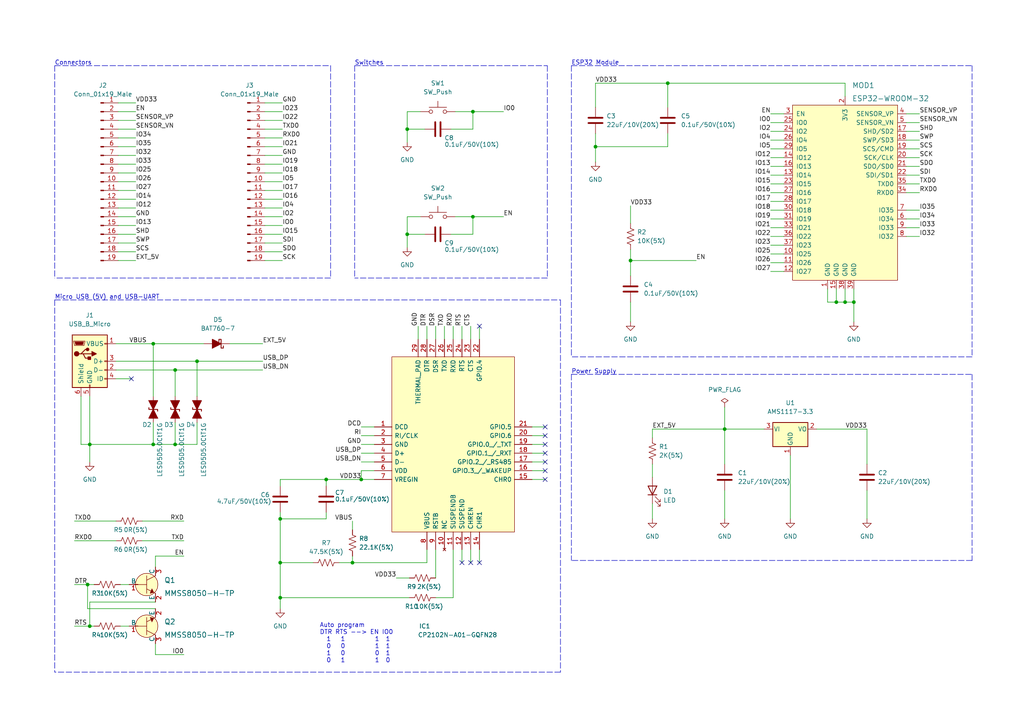
<source format=kicad_sch>
(kicad_sch (version 20211123) (generator eeschema)
  (paper "A4")
  (title_block (title "${project_name}") (date "2022-09-03") (rev "1") (comment 1 "Project #3, KiCad Like a Pro Udemy course") (comment 2 "${project_name} Replica Board") (comment 3 "github.com/raghavmarwah") (comment 4 "raghavmarwah.com"))
  (lib_symbols
    (symbol "CP2102N-A01-GQFN28:CP2102N-A01-GQFN28" (pin_names (offset 0.762))
      (property "Reference" "IC?" (at 53.975 6.5788 0))
      (property "Value" "CP2102N-A01-GQFN28" (at 53.975 4.0388 0))
      (symbol "CP2102N-A01-GQFN28_0_0"
        (pin passive line (at 0 0 0) (length 5.08) (name "DCD") (number "1"))
        (pin no_connect line (at 20.32 -35.56 90) (length 5.08) (name "NC") (number "10"))
        (pin passive line (at 22.86 -35.56 90) (length 5.08) (name "SUSPENDB") (number "11"))
        (pin passive line (at 25.4 -35.56 90) (length 5.08) (name "SUSPEND") (number "12"))
        (pin passive line (at 27.94 -35.56 90) (length 5.08) (name "CHREN") (number "13"))
        (pin passive line (at 30.48 -35.56 90) (length 5.08) (name "CHR1") (number "14"))
        (pin passive line (at 45.72 -15.24 180) (length 5.08) (name "CHR0") (number "15"))
        (pin passive line (at 45.72 -12.7 180) (length 5.08) (name "GPIO.3_/_WAKEUP") (number "16"))
        (pin passive line (at 45.72 -10.16 180) (length 5.08) (name "GPIO.2_/_RS485") (number "17"))
        (pin passive line (at 45.72 -7.62 180) (length 5.08) (name "GPIO.1_/_RXT") (number "18"))
        (pin passive line (at 45.72 -5.08 180) (length 5.08) (name "GPIO.0_/_TXT") (number "19"))
        (pin passive line (at 0 -2.54 0) (length 5.08) (name "RI/CLK") (number "2"))
        (pin passive line (at 45.72 -2.54 180) (length 5.08) (name "GPIO.6") (number "20"))
        (pin passive line (at 45.72 0 180) (length 5.08) (name "GPIO.5") (number "21"))
        (pin passive line (at 30.48 25.4 270) (length 5.08) (name "GPIO.4") (number "22"))
        (pin passive line (at 27.94 25.4 270) (length 5.08) (name "CTS") (number "23"))
        (pin passive line (at 25.4 25.4 270) (length 5.08) (name "RTS") (number "24"))
        (pin passive line (at 22.86 25.4 270) (length 5.08) (name "RXD") (number "25"))
        (pin passive line (at 20.32 25.4 270) (length 5.08) (name "TXD") (number "26"))
        (pin passive line (at 17.78 25.4 270) (length 5.08) (name "DSR") (number "27"))
        (pin passive line (at 15.24 25.4 270) (length 5.08) (name "DTR") (number "28"))
        (pin passive line (at 12.7 25.4 270) (length 5.08) (name "THERMAL_PAD") (number "29"))
        (pin passive line (at 0 -5.08 0) (length 5.08) (name "GND") (number "3"))
        (pin passive line (at 0 -7.62 0) (length 5.08) (name "D+") (number "4"))
        (pin passive line (at 0 -10.16 0) (length 5.08) (name "D-") (number "5"))
        (pin passive line (at 0 -12.7 0) (length 5.08) (name "VDD") (number "6"))
        (pin passive line (at 0 -15.24 0) (length 5.08) (name "VREGIN") (number "7"))
        (pin passive line (at 15.24 -35.56 90) (length 5.08) (name "VBUS") (number "8"))
        (pin passive line (at 17.78 -35.56 90) (length 5.08) (name "RSTB") (number "9"))
      )
      (symbol "CP2102N-A01-GQFN28_0_1"
        (polyline (pts (xy 5.08 20.32) (xy 40.64 20.32) (xy 40.64 -30.48) (xy 5.08 -30.48) (xy 5.08 20.32)) (stroke (width 0.1524)) (fill (type background)))
      )
    )
    (symbol "Connector:Conn_01x19_Male" (pin_names (offset 1.016) hide)
      (property "Reference" "J" (at 0 25.4 0))
      (property "Value" "Conn_01x19_Male" (at 0 -25.4 0))
      (symbol "Conn_01x19_Male_1_1"
        (polyline (pts (xy 1.27 -22.86) (xy 0.8636 -22.86)) (stroke (width 0.1524)))
        (polyline (pts (xy 1.27 -20.32) (xy 0.8636 -20.32)) (stroke (width 0.1524)))
        (polyline (pts (xy 1.27 -17.78) (xy 0.8636 -17.78)) (stroke (width 0.1524)))
        (polyline (pts (xy 1.27 -15.24) (xy 0.8636 -15.24)) (stroke (width 0.1524)))
        (polyline (pts (xy 1.27 -12.7) (xy 0.8636 -12.7)) (stroke (width 0.1524)))
        (polyline (pts (xy 1.27 -10.16) (xy 0.8636 -10.16)) (stroke (width 0.1524)))
        (polyline (pts (xy 1.27 -7.62) (xy 0.8636 -7.62)) (stroke (width 0.1524)))
        (polyline (pts (xy 1.27 -5.08) (xy 0.8636 -5.08)) (stroke (width 0.1524)))
        (polyline (pts (xy 1.27 -2.54) (xy 0.8636 -2.54)) (stroke (width 0.1524)))
        (polyline (pts (xy 1.27 0) (xy 0.8636 0)) (stroke (width 0.1524)))
        (polyline (pts (xy 1.27 2.54) (xy 0.8636 2.54)) (stroke (width 0.1524)))
        (polyline (pts (xy 1.27 5.08) (xy 0.8636 5.08)) (stroke (width 0.1524)))
        (polyline (pts (xy 1.27 7.62) (xy 0.8636 7.62)) (stroke (width 0.1524)))
        (polyline (pts (xy 1.27 10.16) (xy 0.8636 10.16)) (stroke (width 0.1524)))
        (polyline (pts (xy 1.27 12.7) (xy 0.8636 12.7)) (stroke (width 0.1524)))
        (polyline (pts (xy 1.27 15.24) (xy 0.8636 15.24)) (stroke (width 0.1524)))
        (polyline (pts (xy 1.27 17.78) (xy 0.8636 17.78)) (stroke (width 0.1524)))
        (polyline (pts (xy 1.27 20.32) (xy 0.8636 20.32)) (stroke (width 0.1524)))
        (polyline (pts (xy 1.27 22.86) (xy 0.8636 22.86)) (stroke (width 0.1524)))
        (rectangle (start 0.8636 -22.733) (end 0 -22.987) (stroke (width 0.1524)) (fill (type outline)))
        (rectangle (start 0.8636 -20.193) (end 0 -20.447) (stroke (width 0.1524)) (fill (type outline)))
        (rectangle (start 0.8636 -17.653) (end 0 -17.907) (stroke (width 0.1524)) (fill (type outline)))
        (rectangle (start 0.8636 -15.113) (end 0 -15.367) (stroke (width 0.1524)) (fill (type outline)))
        (rectangle (start 0.8636 -12.573) (end 0 -12.827) (stroke (width 0.1524)) (fill (type outline)))
        (rectangle (start 0.8636 -10.033) (end 0 -10.287) (stroke (width 0.1524)) (fill (type outline)))
        (rectangle (start 0.8636 -7.493) (end 0 -7.747) (stroke (width 0.1524)) (fill (type outline)))
        (rectangle (start 0.8636 -4.953) (end 0 -5.207) (stroke (width 0.1524)) (fill (type outline)))
        (rectangle (start 0.8636 -2.413) (end 0 -2.667) (stroke (width 0.1524)) (fill (type outline)))
        (rectangle (start 0.8636 0.127) (end 0 -0.127) (stroke (width 0.1524)) (fill (type outline)))
        (rectangle (start 0.8636 2.667) (end 0 2.413) (stroke (width 0.1524)) (fill (type outline)))
        (rectangle (start 0.8636 5.207) (end 0 4.953) (stroke (width 0.1524)) (fill (type outline)))
        (rectangle (start 0.8636 7.747) (end 0 7.493) (stroke (width 0.1524)) (fill (type outline)))
        (rectangle (start 0.8636 10.287) (end 0 10.033) (stroke (width 0.1524)) (fill (type outline)))
        (rectangle (start 0.8636 12.827) (end 0 12.573) (stroke (width 0.1524)) (fill (type outline)))
        (rectangle (start 0.8636 15.367) (end 0 15.113) (stroke (width 0.1524)) (fill (type outline)))
        (rectangle (start 0.8636 17.907) (end 0 17.653) (stroke (width 0.1524)) (fill (type outline)))
        (rectangle (start 0.8636 20.447) (end 0 20.193) (stroke (width 0.1524)) (fill (type outline)))
        (rectangle (start 0.8636 22.987) (end 0 22.733) (stroke (width 0.1524)) (fill (type outline)))
        (pin passive line (at 5.08 22.86 180) (length 3.81) (name "Pin_1") (number "1"))
        (pin passive line (at 5.08 0 180) (length 3.81) (name "Pin_10") (number "10"))
        (pin passive line (at 5.08 -2.54 180) (length 3.81) (name "Pin_11") (number "11"))
        (pin passive line (at 5.08 -5.08 180) (length 3.81) (name "Pin_12") (number "12"))
        (pin passive line (at 5.08 -7.62 180) (length 3.81) (name "Pin_13") (number "13"))
        (pin passive line (at 5.08 -10.16 180) (length 3.81) (name "Pin_14") (number "14"))
        (pin passive line (at 5.08 -12.7 180) (length 3.81) (name "Pin_15") (number "15"))
        (pin passive line (at 5.08 -15.24 180) (length 3.81) (name "Pin_16") (number "16"))
        (pin passive line (at 5.08 -17.78 180) (length 3.81) (name "Pin_17") (number "17"))
        (pin passive line (at 5.08 -20.32 180) (length 3.81) (name "Pin_18") (number "18"))
        (pin passive line (at 5.08 -22.86 180) (length 3.81) (name "Pin_19") (number "19"))
        (pin passive line (at 5.08 20.32 180) (length 3.81) (name "Pin_2") (number "2"))
        (pin passive line (at 5.08 17.78 180) (length 3.81) (name "Pin_3") (number "3"))
        (pin passive line (at 5.08 15.24 180) (length 3.81) (name "Pin_4") (number "4"))
        (pin passive line (at 5.08 12.7 180) (length 3.81) (name "Pin_5") (number "5"))
        (pin passive line (at 5.08 10.16 180) (length 3.81) (name "Pin_6") (number "6"))
        (pin passive line (at 5.08 7.62 180) (length 3.81) (name "Pin_7") (number "7"))
        (pin passive line (at 5.08 5.08 180) (length 3.81) (name "Pin_8") (number "8"))
        (pin passive line (at 5.08 2.54 180) (length 3.81) (name "Pin_9") (number "9"))
      )
    )
    (symbol "Connector:USB_B_Micro" (pin_names (offset 1.016))
      (property "Reference" "J" (at -5.08 11.43 0))
      (property "Value" "USB_B_Micro" (at -5.08 8.89 0))
      (symbol "USB_B_Micro_0_1"
        (rectangle (start -5.08 -7.62) (end 5.08 7.62) (stroke (width 0.254)) (fill (type background)))
        (circle (center -3.81 2.159) (radius 0.635) (stroke (width 0.254)) (fill (type outline)))
        (circle (center -0.635 3.429) (radius 0.381) (stroke (width 0.254)) (fill (type outline)))
        (rectangle (start -0.127 -7.62) (end 0.127 -6.858))
        (polyline (pts (xy -1.905 2.159) (xy 0.635 2.159)) (stroke (width 0.254)))
        (polyline (pts (xy -3.175 2.159) (xy -2.54 2.159) (xy -1.27 3.429) (xy -0.635 3.429)) (stroke (width 0.254)))
        (polyline (pts (xy -2.54 2.159) (xy -1.905 2.159) (xy -1.27 0.889) (xy 0 0.889)) (stroke (width 0.254)))
        (polyline (pts (xy 0.635 2.794) (xy 0.635 1.524) (xy 1.905 2.159) (xy 0.635 2.794)) (stroke (width 0.254)) (fill (type outline)))
        (polyline (pts (xy -4.318 5.588) (xy -1.778 5.588) (xy -2.032 4.826) (xy -4.064 4.826) (xy -4.318 5.588)) (fill (type outline)))
        (polyline (pts (xy -4.699 5.842) (xy -4.699 5.588) (xy -4.445 4.826) (xy -4.445 4.572) (xy -1.651 4.572) (xy -1.651 4.826) (xy -1.397 5.588) (xy -1.397 5.842) (xy -4.699 5.842)))
        (rectangle (start 0.254 1.27) (end -0.508 0.508) (stroke (width 0.254)) (fill (type outline)))
        (rectangle (start 5.08 -5.207) (end 4.318 -4.953))
        (rectangle (start 5.08 -2.667) (end 4.318 -2.413))
        (rectangle (start 5.08 -0.127) (end 4.318 0.127))
        (rectangle (start 5.08 4.953) (end 4.318 5.207))
      )
      (symbol "USB_B_Micro_1_1"
        (pin power_out line (at 7.62 5.08 180) (length 2.54) (name "VBUS") (number "1"))
        (pin bidirectional line (at 7.62 -2.54 180) (length 2.54) (name "D-") (number "2"))
        (pin bidirectional line (at 7.62 0 180) (length 2.54) (name "D+") (number "3"))
        (pin passive line (at 7.62 -5.08 180) (length 2.54) (name "ID") (number "4"))
        (pin power_out line (at 0 -10.16 90) (length 2.54) (name "GND") (number "5"))
        (pin passive line (at -2.54 -10.16 90) (length 2.54) (name "Shield") (number "6"))
      )
    )
    (symbol "Device:C" (pin_numbers hide) (pin_names (offset 0.254))
      (property "Reference" "C" (at 0.635 2.54 0))
      (property "Value" "C" (at 0.635 -2.54 0))
      (symbol "C_0_1"
        (polyline (pts (xy -2.032 -0.762) (xy 2.032 -0.762)) (stroke (width 0.508)))
        (polyline (pts (xy -2.032 0.762) (xy 2.032 0.762)) (stroke (width 0.508)))
      )
      (symbol "C_1_1"
        (pin passive line (at 0 3.81 270) (length 2.794) (name "~") (number "1"))
        (pin passive line (at 0 -3.81 90) (length 2.794) (name "~") (number "2"))
      )
    )
    (symbol "Device:D_Schottky_Filled" (pin_numbers hide) (pin_names (offset 1.016) hide)
      (property "Reference" "D" (at 0 2.54 0))
      (property "Value" "D_Schottky_Filled" (at 0 -2.54 0))
      (symbol "D_Schottky_Filled_0_1"
        (polyline (pts (xy 1.27 0) (xy -1.27 0)))
        (polyline (pts (xy 1.27 1.27) (xy 1.27 -1.27) (xy -1.27 0) (xy 1.27 1.27)) (stroke (width 0.254)) (fill (type outline)))
        (polyline (pts (xy -1.905 0.635) (xy -1.905 1.27) (xy -1.27 1.27) (xy -1.27 -1.27) (xy -0.635 -1.27) (xy -0.635 -0.635)) (stroke (width 0.254)))
      )
      (symbol "D_Schottky_Filled_1_1"
        (pin passive line (at -3.81 0 0) (length 2.54) (name "K") (number "1"))
        (pin passive line (at 3.81 0 180) (length 2.54) (name "A") (number "2"))
      )
    )
    (symbol "Device:D_TVS_Filled" (pin_numbers hide) (pin_names (offset 1.016) hide)
      (property "Reference" "D" (at 0 2.54 0))
      (property "Value" "D_TVS_Filled" (at 0 -2.54 0))
      (symbol "D_TVS_Filled_0_1"
        (polyline (pts (xy 1.27 0) (xy -1.27 0)))
        (polyline (pts (xy -2.54 -1.27) (xy 0 0) (xy -2.54 1.27) (xy -2.54 -1.27)) (stroke (width 0.254)) (fill (type outline)))
        (polyline (pts (xy 0.508 1.27) (xy 0 1.27) (xy 0 -1.27) (xy -0.508 -1.27)) (stroke (width 0.254)))
        (polyline (pts (xy 2.54 1.27) (xy 2.54 -1.27) (xy 0 0) (xy 2.54 1.27)) (stroke (width 0.254)) (fill (type outline)))
      )
      (symbol "D_TVS_Filled_1_1"
        (pin passive line (at -3.81 0 0) (length 2.54) (name "A1") (number "1"))
        (pin passive line (at 3.81 0 180) (length 2.54) (name "A2") (number "2"))
      )
    )
    (symbol "Device:LED" (pin_numbers hide) (pin_names (offset 1.016) hide)
      (property "Reference" "D" (at 0 2.54 0))
      (property "Value" "LED" (at 0 -2.54 0))
      (symbol "LED_0_1"
        (polyline (pts (xy -1.27 -1.27) (xy -1.27 1.27)) (stroke (width 0.254)))
        (polyline (pts (xy -1.27 0) (xy 1.27 0)))
        (polyline (pts (xy 1.27 -1.27) (xy 1.27 1.27) (xy -1.27 0) (xy 1.27 -1.27)) (stroke (width 0.254)))
        (polyline (pts (xy -3.048 -0.762) (xy -4.572 -2.286) (xy -3.81 -2.286) (xy -4.572 -2.286) (xy -4.572 -1.524)))
        (polyline (pts (xy -1.778 -0.762) (xy -3.302 -2.286) (xy -2.54 -2.286) (xy -3.302 -2.286) (xy -3.302 -1.524)))
      )
      (symbol "LED_1_1"
        (pin passive line (at -3.81 0 0) (length 2.54) (name "K") (number "1"))
        (pin passive line (at 3.81 0 180) (length 2.54) (name "A") (number "2"))
      )
    )
    (symbol "Device:R_US" (pin_numbers hide) (pin_names (offset 0))
      (property "Reference" "R" (at 2.54 0 90))
      (property "Value" "R_US" (at -2.54 0 90))
      (symbol "R_US_0_1"
        (polyline (pts (xy 0 -2.286) (xy 0 -2.54)))
        (polyline (pts (xy 0 2.286) (xy 0 2.54)))
        (polyline (pts (xy 0 -0.762) (xy 1.016 -1.143) (xy 0 -1.524) (xy -1.016 -1.905) (xy 0 -2.286)))
        (polyline (pts (xy 0 0.762) (xy 1.016 0.381) (xy 0 0) (xy -1.016 -0.381) (xy 0 -0.762)))
        (polyline (pts (xy 0 2.286) (xy 1.016 1.905) (xy 0 1.524) (xy -1.016 1.143) (xy 0 0.762)))
      )
      (symbol "R_US_1_1"
        (pin passive line (at 0 3.81 270) (length 1.27) (name "~") (number "1"))
        (pin passive line (at 0 -3.81 90) (length 1.27) (name "~") (number "2"))
      )
    )
    (symbol "Regulator_Linear:AMS1117-3.3" (pin_names (offset 0.254))
      (property "Reference" "U" (at -3.81 3.175 0))
      (property "Value" "AMS1117-3.3" (at 0 3.175 0))
      (symbol "AMS1117-3.3_0_1"
        (rectangle (start -5.08 -5.08) (end 5.08 1.905) (stroke (width 0.254)) (fill (type background)))
      )
      (symbol "AMS1117-3.3_1_1"
        (pin power_in line (at 0 -7.62 90) (length 2.54) (name "GND") (number "1"))
        (pin power_out line (at 7.62 0 180) (length 2.54) (name "VO") (number "2"))
        (pin power_in line (at -7.62 0 0) (length 2.54) (name "VI") (number "3"))
      )
    )
    (symbol "Switch:SW_Push" (pin_numbers hide) (pin_names (offset 1.016) hide)
      (property "Reference" "SW" (at 1.27 2.54 0))
      (property "Value" "SW_Push" (at 0 -1.524 0))
      (symbol "SW_Push_0_1"
        (circle (center -2.032 0) (radius 0.508))
        (polyline (pts (xy 0 1.27) (xy 0 3.048)))
        (polyline (pts (xy 2.54 1.27) (xy -2.54 1.27)))
        (circle (center 2.032 0) (radius 0.508))
        (pin passive line (at -5.08 0 0) (length 2.54) (name "1") (number "1"))
        (pin passive line (at 5.08 0 180) (length 2.54) (name "2") (number "2"))
      )
    )
    (symbol "dk_RF-Transceiver-Modules:ESP32-WROOM-32" (pin_names (offset 1.016))
      (property "Reference" "MOD" (at -10.16 1.27 0))
      (property "Value" "ESP32-WROOM-32" (at 5.08 -25.4 90))
      (symbol "ESP32-WROOM-32_0_1"
        (rectangle (start -10.16 0) (end 20.32 -50.8) (fill (type background)))
      )
      (symbol "ESP32-WROOM-32_1_1"
        (pin power_in line (at 0 -53.34 90) (length 2.54) (name "GND") (number "1"))
        (pin bidirectional line (at -12.7 -43.18 0) (length 2.54) (name "IO25") (number "10"))
        (pin bidirectional line (at -12.7 -45.72 0) (length 2.54) (name "IO26") (number "11"))
        (pin bidirectional line (at -12.7 -48.26 0) (length 2.54) (name "IO27") (number "12"))
        (pin bidirectional line (at -12.7 -20.32 0) (length 2.54) (name "IO14") (number "13"))
        (pin bidirectional line (at -12.7 -15.24 0) (length 2.54) (name "IO12") (number "14"))
        (pin power_in line (at 2.54 -53.34 90) (length 2.54) (name "GND") (number "15"))
        (pin bidirectional line (at -12.7 -17.78 0) (length 2.54) (name "IO13") (number "16"))
        (pin bidirectional line (at 22.86 -7.62 180) (length 2.54) (name "SHD/SD2") (number "17"))
        (pin bidirectional line (at 22.86 -10.16 180) (length 2.54) (name "SWP/SD3") (number "18"))
        (pin bidirectional line (at 22.86 -12.7 180) (length 2.54) (name "SCS/CMD") (number "19"))
        (pin power_in line (at 5.08 2.54 270) (length 2.54) (name "3V3") (number "2"))
        (pin bidirectional line (at 22.86 -15.24 180) (length 2.54) (name "SCK/CLK") (number "20"))
        (pin bidirectional line (at 22.86 -17.78 180) (length 2.54) (name "SDO/SD0") (number "21"))
        (pin bidirectional line (at 22.86 -20.32 180) (length 2.54) (name "SDI/SD1") (number "22"))
        (pin bidirectional line (at -12.7 -22.86 0) (length 2.54) (name "IO15") (number "23"))
        (pin bidirectional line (at -12.7 -7.62 0) (length 2.54) (name "IO2") (number "24"))
        (pin bidirectional line (at -12.7 -5.08 0) (length 2.54) (name "IO0") (number "25"))
        (pin bidirectional line (at -12.7 -10.16 0) (length 2.54) (name "IO4") (number "26"))
        (pin bidirectional line (at -12.7 -25.4 0) (length 2.54) (name "IO16") (number "27"))
        (pin bidirectional line (at -12.7 -27.94 0) (length 2.54) (name "IO17") (number "28"))
        (pin bidirectional line (at -12.7 -12.7 0) (length 2.54) (name "IO5") (number "29"))
        (pin input line (at -12.7 -2.54 0) (length 2.54) (name "EN") (number "3"))
        (pin bidirectional line (at -12.7 -30.48 0) (length 2.54) (name "IO18") (number "30"))
        (pin bidirectional line (at -12.7 -33.02 0) (length 2.54) (name "IO19") (number "31"))
        (pin no_connect line (at 20.32 -43.18 180) (length 2.54) hide (name "NC") (number "32"))
        (pin bidirectional line (at -12.7 -35.56 0) (length 2.54) (name "IO21") (number "33"))
        (pin bidirectional line (at 22.86 -25.4 180) (length 2.54) (name "RXD0") (number "34"))
        (pin bidirectional line (at 22.86 -22.86 180) (length 2.54) (name "TXD0") (number "35"))
        (pin bidirectional line (at -12.7 -38.1 0) (length 2.54) (name "IO22") (number "36"))
        (pin bidirectional line (at -12.7 -40.64 0) (length 2.54) (name "IO23") (number "37"))
        (pin power_in line (at 5.08 -53.34 90) (length 2.54) (name "GND") (number "38"))
        (pin power_in line (at 7.62 -53.34 90) (length 2.54) (name "GND") (number "39"))
        (pin input line (at 22.86 -2.54 180) (length 2.54) (name "SENSOR_VP") (number "4"))
        (pin input line (at 22.86 -5.08 180) (length 2.54) (name "SENSOR_VN") (number "5"))
        (pin bidirectional line (at 22.86 -33.02 180) (length 2.54) (name "IO34") (number "6"))
        (pin bidirectional line (at 22.86 -30.48 180) (length 2.54) (name "IO35") (number "7"))
        (pin bidirectional line (at 22.86 -38.1 180) (length 2.54) (name "IO32") (number "8"))
        (pin bidirectional line (at 22.86 -35.56 180) (length 2.54) (name "IO33") (number "9"))
      )
    )
    (symbol "dk_Transistors-Bipolar-BJT-Single:MMSS8050-H-TP" (pin_names (offset 0))
      (property "Reference" "Q" (at -3.2004 4.2164 0))
      (property "Value" "MMSS8050-H-TP" (at 5.2324 0 90))
      (symbol "MMSS8050-H-TP_0_1"
        (polyline (pts (xy -3.81 0) (xy -2.54 0)))
        (polyline (pts (xy -3.556 0) (xy 0 0)))
        (polyline (pts (xy 0 -1.27) (xy 2.54 -2.54)))
        (polyline (pts (xy 0 1.27) (xy 2.54 2.54)))
        (polyline (pts (xy 0 2.54) (xy 0 -2.54)))
        (polyline (pts (xy 1.524 -1.27) (xy 2.032 -2.286) (xy 1.016 -2.54) (xy 1.524 -1.27)) (fill (type outline)))
        (circle (center 0 0) (radius 3.2512) (fill (type background)))
      )
      (symbol "MMSS8050-H-TP_1_1"
        (pin input line (at -5.08 0 0) (length 2.54) (name "B") (number "1"))
        (pin passive line (at 2.54 -5.08 90) (length 2.54) (name "E") (number "2"))
        (pin passive line (at 2.54 5.08 270) (length 2.54) (name "C") (number "3"))
      )
    )
    (symbol "power:GND" (power) (pin_names (offset 0))
      (property "Value" "GND" (at 0 -3.81 0))
      (symbol "GND_0_1"
        (polyline (pts (xy 0 0) (xy 0 -1.27) (xy 1.27 -1.27) (xy 0 -2.54) (xy -1.27 -1.27) (xy 0 -1.27)))
      )
      (symbol "GND_1_1"
        (pin power_in line (at 0 0 270) (length 0) hide (name "GND") (number "1"))
      )
    )
    (symbol "power:PWR_FLAG" (power) (pin_numbers hide) (pin_names (offset 0) hide)
      (property "Value" "PWR_FLAG" (at 0 3.81 0))
      (symbol "PWR_FLAG_0_0"
        (pin power_out line (at 0 0 90) (length 0) (name "pwr") (number "1"))
      )
      (symbol "PWR_FLAG_0_1"
        (polyline (pts (xy 0 0) (xy 0 1.27) (xy -1.016 1.905) (xy 0 2.54) (xy 1.016 1.905) (xy 0 1.27)))
      )
    )
  )
  (junction (at 50.8 107.315))
  (junction (at 44.45 99.695))
  (junction (at 44.45 128.905))
  (junction (at 94.615 139.065))
  (junction (at 50.8 128.905))
  (junction (at 182.88 75.565))
  (junction (at 104.775 139.065))
  (junction (at 81.28 150.495))
  (junction (at 242.57 87.63))
  (junction (at 118.11 37.465))
  (junction (at 26.035 181.61))
  (junction (at 193.675 24.13))
  (junction (at 57.15 104.775))
  (junction (at 81.28 163.195))
  (junction (at 26.035 128.905))
  (junction (at 25.4 169.545))
  (junction (at 102.235 163.195))
  (junction (at 137.16 62.865))
  (junction (at 118.11 67.945))
  (junction (at 137.16 32.385))
  (junction (at 245.11 87.63))
  (junction (at 172.72 42.545))
  (junction (at 81.28 173.355))
  (junction (at 210.185 124.46))
  (junction (at 247.65 87.63))
  (no_connect (at 38.1 109.855))
  (no_connect (at 158.115 133.985))
  (no_connect (at 158.115 131.445))
  (no_connect (at 158.115 128.905))
  (no_connect (at 158.115 126.365))
  (no_connect (at 158.115 123.825))
  (no_connect (at 139.065 94.615))
  (no_connect (at 136.525 163.195))
  (no_connect (at 139.065 163.195))
  (no_connect (at 158.115 139.065))
  (no_connect (at 158.115 136.525))
  (no_connect (at 133.985 163.195))
  (wire (pts (xy 128.905 94.615) (xy 128.905 98.425)))
  (wire (pts (xy 25.4 176.53) (xy 25.4 169.545)))
  (wire (pts (xy 34.29 47.625) (xy 39.37 47.625)))
  (wire (pts (xy 108.585 128.905) (xy 104.775 128.905)))
  (polyline (pts (xy 15.875 19.05) (xy 95.885 19.05)))
  (polyline (pts (xy 158.75 19.05) (xy 158.75 80.645)))
  (wire (pts (xy 158.115 126.365) (xy 154.305 126.365)))
  (polyline (pts (xy 281.94 108.585) (xy 281.94 162.56)))
  (wire (pts (xy 227.33 66.04) (xy 223.52 66.04)))
  (wire (pts (xy 182.88 72.39) (xy 182.88 75.565)))
  (wire (pts (xy 108.585 133.985) (xy 104.775 133.985)))
  (wire (pts (xy 104.775 136.525) (xy 104.775 139.065)))
  (wire (pts (xy 50.8 107.315) (xy 50.8 114.935)))
  (wire (pts (xy 57.15 104.775) (xy 57.15 114.935)))
  (wire (pts (xy 172.72 38.735) (xy 172.72 42.545)))
  (wire (pts (xy 266.7 60.96) (xy 262.89 60.96)))
  (wire (pts (xy 133.985 159.385) (xy 133.985 163.195)))
  (wire (pts (xy 76.835 45.085) (xy 81.915 45.085)))
  (wire (pts (xy 102.235 151.13) (xy 102.235 153.67)))
  (wire (pts (xy 81.28 163.195) (xy 81.28 173.355)))
  (wire (pts (xy 227.33 45.72) (xy 223.52 45.72)))
  (wire (pts (xy 81.28 150.495) (xy 81.28 148.59)))
  (wire (pts (xy 245.11 87.63) (xy 247.65 87.63)))
  (wire (pts (xy 182.88 59.69) (xy 182.88 64.77)))
  (wire (pts (xy 227.33 43.18) (xy 223.52 43.18)))
  (wire (pts (xy 266.7 35.56) (xy 262.89 35.56)))
  (wire (pts (xy 104.775 139.065) (xy 108.585 139.065)))
  (wire (pts (xy 158.115 123.825) (xy 154.305 123.825)))
  (wire (pts (xy 182.88 75.565) (xy 201.93 75.565)))
  (wire (pts (xy 102.235 163.195) (xy 123.825 163.195)))
  (wire (pts (xy 227.33 38.1) (xy 223.52 38.1)))
  (wire (pts (xy 23.495 128.905) (xy 26.035 128.905)))
  (wire (pts (xy 41.275 151.13) (xy 53.34 151.13)))
  (wire (pts (xy 57.15 128.905) (xy 50.8 128.905)))
  (wire (pts (xy 57.15 122.555) (xy 57.15 128.905)))
  (wire (pts (xy 108.585 131.445) (xy 104.775 131.445)))
  (wire (pts (xy 123.825 94.615) (xy 123.825 98.425)))
  (wire (pts (xy 94.615 150.495) (xy 94.615 148.59)))
  (wire (pts (xy 227.33 33.02) (xy 223.52 33.02)))
  (wire (pts (xy 76.835 29.845) (xy 81.915 29.845)))
  (wire (pts (xy 44.45 122.555) (xy 44.45 128.905)))
  (wire (pts (xy 34.29 52.705) (xy 39.37 52.705)))
  (wire (pts (xy 137.16 37.465) (xy 137.16 32.385)))
  (wire (pts (xy 210.185 142.24) (xy 210.185 150.495)))
  (wire (pts (xy 114.935 167.64) (xy 118.745 167.64)))
  (polyline (pts (xy 165.735 19.05) (xy 165.735 103.505)))
  (wire (pts (xy 45.085 164.465) (xy 45.085 161.29)))
  (wire (pts (xy 21.59 169.545) (xy 25.4 169.545)))
  (wire (pts (xy 76.835 37.465) (xy 81.915 37.465)))
  (wire (pts (xy 139.065 159.385) (xy 139.065 163.195)))
  (wire (pts (xy 221.615 124.46) (xy 210.185 124.46)))
  (wire (pts (xy 76.835 34.925) (xy 81.915 34.925)))
  (wire (pts (xy 227.33 40.64) (xy 223.52 40.64)))
  (wire (pts (xy 210.185 124.46) (xy 210.185 134.62)))
  (wire (pts (xy 245.11 27.94) (xy 245.11 24.13)))
  (wire (pts (xy 45.085 186.69) (xy 45.085 189.865)))
  (wire (pts (xy 81.28 140.97) (xy 81.28 139.065)))
  (wire (pts (xy 41.275 156.845) (xy 53.34 156.845)))
  (wire (pts (xy 34.29 55.245) (xy 39.37 55.245)))
  (wire (pts (xy 76.835 65.405) (xy 81.915 65.405)))
  (wire (pts (xy 266.7 48.26) (xy 262.89 48.26)))
  (wire (pts (xy 34.925 181.61) (xy 37.465 181.61)))
  (wire (pts (xy 251.46 124.46) (xy 236.855 124.46)))
  (wire (pts (xy 130.81 67.945) (xy 137.16 67.945)))
  (wire (pts (xy 227.33 63.5) (xy 223.52 63.5)))
  (wire (pts (xy 26.035 128.905) (xy 44.45 128.905)))
  (wire (pts (xy 33.655 109.855) (xy 38.1 109.855)))
  (wire (pts (xy 121.92 62.865) (xy 118.11 62.865)))
  (wire (pts (xy 102.235 161.29) (xy 102.235 163.195)))
  (wire (pts (xy 193.675 42.545) (xy 172.72 42.545)))
  (wire (pts (xy 34.29 34.925) (xy 39.37 34.925)))
  (wire (pts (xy 266.7 50.8) (xy 262.89 50.8)))
  (wire (pts (xy 50.8 122.555) (xy 50.8 128.905)))
  (wire (pts (xy 158.115 136.525) (xy 154.305 136.525)))
  (wire (pts (xy 266.7 45.72) (xy 262.89 45.72)))
  (wire (pts (xy 227.33 68.58) (xy 223.52 68.58)))
  (polyline (pts (xy 95.885 19.05) (xy 95.885 80.645)))
  (wire (pts (xy 158.115 128.905) (xy 154.305 128.905)))
  (polyline (pts (xy 158.75 80.645) (xy 102.87 80.645)))
  (polyline (pts (xy 95.885 80.645) (xy 15.875 80.645)))
  (wire (pts (xy 34.29 45.085) (xy 39.37 45.085)))
  (wire (pts (xy 21.59 156.845) (xy 33.655 156.845)))
  (wire (pts (xy 76.835 67.945) (xy 81.915 67.945)))
  (wire (pts (xy 266.7 66.04) (xy 262.89 66.04)))
  (polyline (pts (xy 15.875 86.995) (xy 162.56 86.995)))
  (wire (pts (xy 76.835 70.485) (xy 81.915 70.485)))
  (wire (pts (xy 182.88 87.63) (xy 182.88 93.345)))
  (wire (pts (xy 251.46 134.62) (xy 251.46 124.46)))
  (wire (pts (xy 34.29 60.325) (xy 39.37 60.325)))
  (wire (pts (xy 26.035 181.61) (xy 27.305 181.61)))
  (wire (pts (xy 76.835 75.565) (xy 81.915 75.565)))
  (polyline (pts (xy 165.735 108.585) (xy 281.94 108.585)))
  (wire (pts (xy 26.035 174.625) (xy 26.035 181.61)))
  (wire (pts (xy 227.33 60.96) (xy 223.52 60.96)))
  (wire (pts (xy 81.28 173.355) (xy 81.28 176.53)))
  (wire (pts (xy 137.16 67.945) (xy 137.16 62.865)))
  (wire (pts (xy 33.655 104.775) (xy 57.15 104.775)))
  (wire (pts (xy 227.33 76.2) (xy 223.52 76.2)))
  (wire (pts (xy 34.29 32.385) (xy 39.37 32.385)))
  (wire (pts (xy 132.08 62.865) (xy 137.16 62.865)))
  (wire (pts (xy 266.7 53.34) (xy 262.89 53.34)))
  (polyline (pts (xy 15.875 19.05) (xy 15.875 80.645)))
  (wire (pts (xy 266.7 68.58) (xy 262.89 68.58)))
  (wire (pts (xy 210.185 118.11) (xy 210.185 124.46)))
  (wire (pts (xy 76.835 50.165) (xy 81.915 50.165)))
  (wire (pts (xy 76.835 62.865) (xy 81.915 62.865)))
  (wire (pts (xy 227.33 48.26) (xy 223.52 48.26)))
  (wire (pts (xy 34.29 40.005) (xy 39.37 40.005)))
  (wire (pts (xy 227.33 71.12) (xy 223.52 71.12)))
  (wire (pts (xy 172.72 24.13) (xy 193.675 24.13)))
  (wire (pts (xy 227.33 55.88) (xy 223.52 55.88)))
  (wire (pts (xy 34.29 29.845) (xy 39.37 29.845)))
  (wire (pts (xy 81.28 150.495) (xy 94.615 150.495)))
  (wire (pts (xy 66.675 99.695) (xy 76.2 99.695)))
  (wire (pts (xy 121.285 94.615) (xy 121.285 98.425)))
  (wire (pts (xy 240.03 87.63) (xy 242.57 87.63)))
  (wire (pts (xy 126.365 94.615) (xy 126.365 98.425)))
  (wire (pts (xy 44.45 99.695) (xy 59.055 99.695)))
  (wire (pts (xy 34.29 67.945) (xy 39.37 67.945)))
  (wire (pts (xy 172.72 42.545) (xy 172.72 46.99)))
  (wire (pts (xy 240.03 83.82) (xy 240.03 87.63)))
  (wire (pts (xy 266.7 43.18) (xy 262.89 43.18)))
  (wire (pts (xy 189.23 134.62) (xy 189.23 138.43)))
  (wire (pts (xy 266.7 38.1) (xy 262.89 38.1)))
  (wire (pts (xy 34.29 70.485) (xy 39.37 70.485)))
  (polyline (pts (xy 165.735 19.05) (xy 281.94 19.05)))
  (polyline (pts (xy 281.94 162.56) (xy 165.735 162.56)))
  (wire (pts (xy 45.085 174.625) (xy 26.035 174.625)))
  (wire (pts (xy 227.33 73.66) (xy 223.52 73.66)))
  (wire (pts (xy 172.72 24.13) (xy 172.72 31.115)))
  (wire (pts (xy 45.085 161.29) (xy 53.34 161.29)))
  (wire (pts (xy 242.57 83.82) (xy 242.57 87.63)))
  (wire (pts (xy 21.59 151.13) (xy 33.655 151.13)))
  (polyline (pts (xy 165.735 108.585) (xy 165.735 162.56)))
  (wire (pts (xy 245.11 83.82) (xy 245.11 87.63)))
  (wire (pts (xy 23.495 114.935) (xy 23.495 128.905)))
  (wire (pts (xy 189.23 127) (xy 189.23 124.46)))
  (wire (pts (xy 76.835 47.625) (xy 81.915 47.625)))
  (wire (pts (xy 126.365 159.385) (xy 126.365 167.64)))
  (wire (pts (xy 189.23 146.05) (xy 189.23 150.495)))
  (polyline (pts (xy 162.56 194.945) (xy 15.875 194.945)))
  (wire (pts (xy 227.33 35.56) (xy 223.52 35.56)))
  (wire (pts (xy 118.11 62.865) (xy 118.11 67.945)))
  (wire (pts (xy 45.085 189.865) (xy 53.34 189.865)))
  (wire (pts (xy 76.835 73.025) (xy 81.915 73.025)))
  (wire (pts (xy 81.28 173.355) (xy 118.745 173.355)))
  (wire (pts (xy 81.28 150.495) (xy 81.28 163.195)))
  (polyline (pts (xy 15.875 86.995) (xy 15.875 194.945)))
  (wire (pts (xy 133.985 94.615) (xy 133.985 98.425)))
  (wire (pts (xy 266.7 63.5) (xy 262.89 63.5)))
  (wire (pts (xy 193.675 38.735) (xy 193.675 42.545)))
  (wire (pts (xy 158.115 139.065) (xy 154.305 139.065)))
  (wire (pts (xy 76.835 52.705) (xy 81.915 52.705)))
  (wire (pts (xy 34.29 65.405) (xy 39.37 65.405)))
  (wire (pts (xy 34.925 169.545) (xy 37.465 169.545)))
  (wire (pts (xy 182.88 75.565) (xy 182.88 80.01)))
  (wire (pts (xy 76.835 60.325) (xy 81.915 60.325)))
  (wire (pts (xy 242.57 87.63) (xy 245.11 87.63)))
  (polyline (pts (xy 281.94 103.505) (xy 165.735 103.505)))
  (wire (pts (xy 266.7 33.02) (xy 262.89 33.02)))
  (polyline (pts (xy 102.87 19.05) (xy 102.87 80.645)))
  (wire (pts (xy 34.29 37.465) (xy 39.37 37.465)))
  (wire (pts (xy 81.28 139.065) (xy 94.615 139.065)))
  (wire (pts (xy 26.035 128.905) (xy 26.035 133.985)))
  (wire (pts (xy 108.585 126.365) (xy 104.775 126.365)))
  (wire (pts (xy 94.615 139.065) (xy 104.775 139.065)))
  (wire (pts (xy 229.235 132.08) (xy 229.235 150.495)))
  (wire (pts (xy 34.29 75.565) (xy 39.37 75.565)))
  (wire (pts (xy 227.33 78.74) (xy 223.52 78.74)))
  (wire (pts (xy 45.085 176.53) (xy 25.4 176.53)))
  (wire (pts (xy 44.45 99.695) (xy 44.45 114.935)))
  (wire (pts (xy 76.835 32.385) (xy 81.915 32.385)))
  (wire (pts (xy 34.29 73.025) (xy 39.37 73.025)))
  (wire (pts (xy 34.29 57.785) (xy 39.37 57.785)))
  (wire (pts (xy 118.11 67.945) (xy 118.11 71.755)))
  (wire (pts (xy 158.115 133.985) (xy 154.305 133.985)))
  (wire (pts (xy 33.655 107.315) (xy 50.8 107.315)))
  (wire (pts (xy 158.115 131.445) (xy 154.305 131.445)))
  (wire (pts (xy 76.835 40.005) (xy 81.915 40.005)))
  (wire (pts (xy 139.065 94.615) (xy 139.065 98.425)))
  (wire (pts (xy 50.8 107.315) (xy 76.2 107.315)))
  (wire (pts (xy 90.805 163.195) (xy 81.28 163.195)))
  (wire (pts (xy 137.16 62.865) (xy 146.05 62.865)))
  (wire (pts (xy 76.835 55.245) (xy 81.915 55.245)))
  (wire (pts (xy 108.585 123.825) (xy 104.775 123.825)))
  (wire (pts (xy 126.365 173.355) (xy 131.445 173.355)))
  (wire (pts (xy 118.11 37.465) (xy 118.11 41.275)))
  (wire (pts (xy 227.33 58.42) (xy 223.52 58.42)))
  (wire (pts (xy 266.7 40.64) (xy 262.89 40.64)))
  (wire (pts (xy 227.33 50.8) (xy 223.52 50.8)))
  (polyline (pts (xy 102.87 19.05) (xy 158.75 19.05)))
  (wire (pts (xy 34.29 42.545) (xy 39.37 42.545)))
  (wire (pts (xy 137.16 32.385) (xy 146.05 32.385)))
  (wire (pts (xy 26.035 114.935) (xy 26.035 128.905)))
  (wire (pts (xy 21.59 181.61) (xy 26.035 181.61)))
  (wire (pts (xy 132.08 32.385) (xy 137.16 32.385)))
  (wire (pts (xy 57.15 104.775) (xy 76.2 104.775)))
  (wire (pts (xy 34.29 50.165) (xy 39.37 50.165)))
  (wire (pts (xy 130.81 37.465) (xy 137.16 37.465)))
  (wire (pts (xy 189.23 124.46) (xy 210.185 124.46)))
  (wire (pts (xy 34.29 62.865) (xy 39.37 62.865)))
  (wire (pts (xy 247.65 83.82) (xy 247.65 87.63)))
  (wire (pts (xy 123.825 159.385) (xy 123.825 163.195)))
  (wire (pts (xy 227.33 53.34) (xy 223.52 53.34)))
  (wire (pts (xy 50.8 128.905) (xy 44.45 128.905)))
  (wire (pts (xy 131.445 94.615) (xy 131.445 98.425)))
  (wire (pts (xy 118.11 32.385) (xy 118.11 37.465)))
  (wire (pts (xy 136.525 159.385) (xy 136.525 163.195)))
  (wire (pts (xy 33.655 99.695) (xy 44.45 99.695)))
  (wire (pts (xy 121.92 32.385) (xy 118.11 32.385)))
  (wire (pts (xy 136.525 94.615) (xy 136.525 98.425)))
  (wire (pts (xy 131.445 159.385) (xy 131.445 173.355)))
  (wire (pts (xy 118.11 37.465) (xy 123.19 37.465)))
  (wire (pts (xy 98.425 163.195) (xy 102.235 163.195)))
  (wire (pts (xy 76.835 42.545) (xy 81.915 42.545)))
  (wire (pts (xy 25.4 169.545) (xy 27.305 169.545)))
  (wire (pts (xy 193.675 24.13) (xy 193.675 31.115)))
  (wire (pts (xy 118.11 67.945) (xy 123.19 67.945)))
  (wire (pts (xy 108.585 136.525) (xy 104.775 136.525)))
  (polyline (pts (xy 162.56 86.995) (xy 162.56 194.945)))
  (polyline (pts (xy 281.94 19.05) (xy 281.94 103.505)))
  (wire (pts (xy 94.615 140.97) (xy 94.615 139.065)))
  (wire (pts (xy 76.835 57.785) (xy 81.915 57.785)))
  (wire (pts (xy 251.46 142.24) (xy 251.46 150.495)))
  (wire (pts (xy 266.7 55.88) (xy 262.89 55.88)))
  (wire (pts (xy 247.65 87.63) (xy 247.65 93.345)))
  (wire (pts (xy 193.675 24.13) (xy 245.11 24.13)))
  (text "Power Supply" (at 165.735 108.585 0) (effects (font (size 1.27 1.27)) (justify left bottom)))
  (text "Switches" (at 102.87 19.05 0) (effects (font (size 1.27 1.27)) (justify left bottom)))
  (text "Connectors" (at 15.875 19.05 0) (effects (font (size 1.27 1.27)) (justify left bottom)))
  (text "Micro USB (5V) and USB-UART" (at 15.875 86.995 0) (effects (font (size 1.27 1.27)) (justify left bottom)))
  (text "ESP32 Module" (at 165.735 19.05 0) (effects (font (size 1.27 1.27)) (justify left bottom)))
  (text "Auto program\nDTR RTS --> EN IO0\n  1   1         1  1\n  0   0         1  1\n  1   0         0  1\n  0   1         1  0" (at 92.71 192.405 0) (effects (font (size 1.27 1.27)) (justify left bottom)))
  (label "SWP" (at 39.37 70.485 0))
  (label "USB_DN" (at 104.775 133.985 180))
  (label "IO23" (at 81.915 32.385 0))
  (label "RXD0" (at 81.915 40.005 0))
  (label "RXD" (at 131.445 94.615 90))
  (label "VDD33" (at 114.935 167.64 180))
  (label "TXD0" (at 21.59 151.13 0))
  (label "IO4" (at 81.915 60.325 0))
  (label "IO21" (at 81.915 42.545 0))
  (label "SDO" (at 81.915 73.025 0))
  (label "USB_DP" (at 104.775 131.445 180))
  (label "RTS" (at 21.59 181.61 0))
  (label "SWP" (at 266.7 40.64 0))
  (label "EN" (at 201.93 75.565 0))
  (label "VDD33" (at 182.88 59.69 0))
  (label "VDD33" (at 39.37 29.845 0))
  (label "IO25" (at 39.37 50.165 0))
  (label "IO5" (at 81.915 52.705 0))
  (label "RXD" (at 53.34 151.13 180))
  (label "SDO" (at 266.7 48.26 0))
  (label "IO15" (at 81.915 67.945 0))
  (label "GND" (at 39.37 62.865 0))
  (label "EXT_5V" (at 189.23 124.46 0))
  (label "IO12" (at 39.37 60.325 0))
  (label "EN" (at 39.37 32.385 0))
  (label "EXT_5V" (at 39.37 75.565 0))
  (label "IO32" (at 39.37 45.085 0))
  (label "IO2" (at 81.915 62.865 0))
  (label "IO35" (at 39.37 42.545 0))
  (label "EN" (at 223.52 33.02 180))
  (label "IO16" (at 81.915 57.785 0))
  (label "SCS" (at 39.37 73.025 0))
  (label "IO26" (at 39.37 52.705 0))
  (label "IO32" (at 266.7 68.58 0))
  (label "IO33" (at 266.7 66.04 0))
  (label "EN" (at 146.05 62.865 0))
  (label "IO0" (at 81.915 65.405 0))
  (label "DTR" (at 123.825 94.615 90))
  (label "VBUS" (at 37.465 99.695 0))
  (label "IO23" (at 223.52 71.12 180))
  (label "SCK" (at 266.7 45.72 0))
  (label "GND" (at 121.285 94.615 90))
  (label "TXD" (at 53.34 156.845 180))
  (label "DCD" (at 104.775 123.825 180))
  (label "VDD33" (at 104.775 139.065 180))
  (label "IO34" (at 266.7 63.5 0))
  (label "IO15" (at 223.52 53.34 180))
  (label "RTS" (at 133.985 94.615 90))
  (label "IO4" (at 223.52 40.64 180))
  (label "IO21" (at 223.52 66.04 180))
  (label "IO5" (at 223.52 43.18 180))
  (label "IO25" (at 223.52 73.66 180))
  (label "GND" (at 104.775 128.905 180))
  (label "RI" (at 104.775 126.365 180))
  (label "IO27" (at 223.52 78.74 180))
  (label "IO22" (at 81.915 34.925 0))
  (label "EXT_5V" (at 76.2 99.695 0))
  (label "IO17" (at 81.915 55.245 0))
  (label "DSR" (at 126.365 94.615 90))
  (label "IO18" (at 81.915 50.165 0))
  (label "IO33" (at 39.37 47.625 0))
  (label "SCK" (at 81.915 75.565 0))
  (label "TXD" (at 128.905 94.615 90))
  (label "IO2" (at 223.52 38.1 180))
  (label "TXD0" (at 81.915 37.465 0))
  (label "VDD33" (at 251.46 124.46 180))
  (label "DTR" (at 21.59 169.545 0))
  (label "GND" (at 81.915 45.085 0))
  (label "IO35" (at 266.7 60.96 0))
  (label "SENSOR_VP" (at 266.7 33.02 0))
  (label "SHD" (at 266.7 38.1 0))
  (label "IO22" (at 223.52 68.58 180))
  (label "IO18" (at 223.52 60.96 180))
  (label "IO13" (at 39.37 65.405 0))
  (label "SDI" (at 81.915 70.485 0))
  (label "SDI" (at 266.7 50.8 0))
  (label "IO13" (at 223.52 48.26 180))
  (label "SENSOR_VP" (at 39.37 34.925 0))
  (label "GND" (at 81.915 29.845 0))
  (label "IO17" (at 223.52 58.42 180))
  (label "IO19" (at 223.52 63.5 180))
  (label "IO14" (at 223.52 50.8 180))
  (label "VDD33" (at 172.72 24.13 0))
  (label "IO19" (at 81.915 47.625 0))
  (label "IO0" (at 53.34 189.865 180))
  (label "USB_DP" (at 76.2 104.775 0))
  (label "IO12" (at 223.52 45.72 180))
  (label "IO0" (at 223.52 35.56 180))
  (label "IO34" (at 39.37 40.005 0))
  (label "VBUS" (at 102.235 151.13 180))
  (label "RXD0" (at 266.7 55.88 0))
  (label "EN" (at 53.34 161.29 180))
  (label "IO27" (at 39.37 55.245 0))
  (label "SENSOR_VN" (at 39.37 37.465 0))
  (label "IO16" (at 223.52 55.88 180))
  (label "SCS" (at 266.7 43.18 0))
  (label "TXD0" (at 266.7 53.34 0))
  (label "IO14" (at 39.37 57.785 0))
  (label "USB_DN" (at 76.2 107.315 0))
  (label "RXD0" (at 21.59 156.845 0))
  (label "CTS" (at 136.525 94.615 90))
  (label "IO26" (at 223.52 76.2 180))
  (label "IO0" (at 146.05 32.385 0))
  (label "SHD" (at 39.37 67.945 0))
  (label "SENSOR_VN" (at 266.7 35.56 0))
  (symbol (lib_id "power:GND") (at 26.035 133.985 0) (unit 1)
    (property "Reference" "#PWR08" (effects hide))
    (property "Value" "GND" (at 26.035 139.065 0))
  )
  (symbol (lib_id "Device:R_US") (at 37.465 156.845 270) (unit 1)
    (property "Reference" "R6" (at 34.29 159.385 90))
    (property "Value" "0R(5%)" (at 39.37 159.385 90))
  )
  (symbol (lib_id "dk_Transistors-Bipolar-BJT-Single:MMSS8050-H-TP") (at 42.545 181.61 0) (mirror x) (unit 1)
    (property "Reference" "Q2" (at 47.625 180.34 0) (effects (font (size 1.524 1.524)) (justify left)))
    (property "Value" "MMSS8050-H-TP" (at 47.625 184.15 0) (effects (font (size 1.524 1.524)) (justify left)))
    (property "Footprint" "digikey-footprints:SOT-23-3" (effects hide))
    (property "Datasheet" "https://www.mccsemi.com/pdf/Products/MMSS8050(SOT-23).pdf" (effects hide))
    (property "Digi-Key_PN" "MMSS8050-H-TPMSCT-ND" (effects hide))
    (property "MPN" "MMSS8050-H-TP" (effects hide))
    (property "Category" "Discrete Semiconductor Products" (effects hide))
    (property "Family" "Transistors - Bipolar (BJT) - Single" (effects hide))
    (property "DK_Datasheet_Link" "https://www.mccsemi.com/pdf/Products/MMSS8050(SOT-23).pdf" (effects hide))
    (property "DK_Detail_Page" "/product-detail/en/micro-commercial-co/MMSS8050-H-TP/MMSS8050-H-TPMSCT-ND/2825945" (effects hide))
    (property "Description" "TRANS NPN 25V 1.5A SOT23" (effects hide))
    (property "Manufacturer" "Micro Commercial Co" (effects hide))
    (property "Status" "Active" (effects hide))
  )
  (symbol (lib_id "power:GND") (at 182.88 93.345 0) (unit 1)
    (property "Reference" "#PWR06" (effects hide))
    (property "Value" "GND" (at 182.88 98.425 0))
  )
  (symbol (lib_id "Device:R_US") (at 102.235 157.48 0) (unit 1)
    (property "Reference" "R8" (at 104.14 156.2099 0) (effects (justify left)))
    (property "Value" "22.1K(5%)" (at 104.14 158.7499 0) (effects (justify left)))
  )
  (symbol (lib_id "CP2102N-A01-GQFN28:CP2102N-A01-GQFN28") (at 108.585 123.825 0) (unit 1)
    (property "Reference" "IC1" (at 123.19 181.61 0))
    (property "Value" "CP2102N-A01-GQFN28" (at 132.715 184.15 0))
    (property "Footprint" "CP2102N-A01-GQFN28:QFN50P500X500X80-29N-D" (effects hide))
    (property "Datasheet" "http://www.farnell.com/datasheets/2245279.pdf" (effects hide))
    (property "Description" "SILICON LABS - CP2102N-A01-GQFN28 - USB-UART INTERFACE BRIDGE, QFN-28" (effects hide))
    (property "Height" "0.8" (effects hide))
    (property "Manufacturer_Name" "Silicon Labs" (effects hide))
    (property "Manufacturer_Part_Number" "CP2102N-A01-GQFN28" (effects hide))
    (property "Mouser Part Number" "634-CP2102NA01GQFN28" (effects hide))
    (property "Mouser Price/Stock" "https://www.mouser.co.uk/ProductDetail/Silicon-Labs/CP2102N-A01-GQFN28?qs=%252BaFUgn%2FzHmxGRIXZFn%252Btdg%3D%3D" (effects hide))
    (property "Arrow Part Number" "CP2102N-A01-GQFN28" (effects hide))
    (property "Arrow Price/Stock" "https://www.arrow.com/en/products/cp2102n-a01-gqfn28/silicon-labs" (effects hide))
  )
  (symbol (lib_id "Device:R_US") (at 189.23 130.81 0) (unit 1)
    (property "Reference" "R1" (at 191.135 129.5399 0) (effects (justify left)))
    (property "Value" "2K(5%)" (at 191.135 132.0799 0) (effects (justify left)))
  )
  (symbol (lib_id "Device:D_Schottky_Filled") (at 62.865 99.695 180) (unit 1)
    (property "Reference" "D5" (at 63.1825 92.71 0))
    (property "Value" "BAT760-7" (at 63.1825 95.25 0))
  )
  (symbol (lib_id "Switch:SW_Push") (at 127 62.865 0) (unit 1)
    (property "Reference" "SW2" (at 127 54.61 0))
    (property "Value" "SW_Push" (at 127 57.15 0))
  )
  (symbol (lib_id "Device:D_TVS_Filled") (at 44.45 118.745 90) (unit 1)
    (property "Reference" "D2" (at 41.275 123.19 90) (effects (justify right)))
    (property "Value" "LESD5D5.0CtT1G" (at 46.355 122.555 0) (effects (justify right)))
  )
  (symbol (lib_id "Device:C") (at 94.615 144.78 0) (unit 1)
    (property "Reference" "C7" (at 97.155 142.875 0) (effects (justify left)))
    (property "Value" "0.1uF/50V(10%)" (at 97.155 144.78 0) (effects (justify left)))
  )
  (symbol (lib_id "power:GND") (at 247.65 93.345 0) (unit 1)
    (property "Reference" "#PWR07" (effects hide))
    (property "Value" "GND" (at 247.65 98.425 0))
  )
  (symbol (lib_id "Device:C") (at 127 37.465 270) (unit 1)
    (property "Reference" "C8" (at 128.905 40.005 90) (effects (justify left)))
    (property "Value" "0.1uF/50V(10%)" (at 128.905 41.91 90) (effects (justify left)))
  )
  (symbol (lib_id "power:GND") (at 210.185 150.495 0) (unit 1)
    (property "Reference" "#PWR02" (effects hide))
    (property "Value" "GND" (at 210.185 155.575 0))
  )
  (symbol (lib_id "Device:C") (at 182.88 83.82 0) (unit 1)
    (property "Reference" "C4" (at 186.69 82.5499 0) (effects (justify left)))
    (property "Value" "0.1uF/50V(10%)" (at 186.69 85.0899 0) (effects (justify left)))
  )
  (symbol (lib_id "Device:C") (at 81.28 144.78 0) (unit 1)
    (property "Reference" "C6" (at 75.565 143.51 0) (effects (justify left)))
    (property "Value" "4.7uF/50V(10%)" (at 62.865 145.415 0) (effects (justify left)))
  )
  (symbol (lib_id "dk_RF-Transceiver-Modules:ESP32-WROOM-32") (at 240.03 30.48 0) (unit 1)
    (property "Reference" "MOD1" (at 247.1294 24.765 0) (effects (font (size 1.524 1.524)) (justify left)))
    (property "Value" "ESP32-WROOM-32" (at 247.1294 28.575 0) (effects (font (size 1.524 1.524)) (justify left)))
    (property "Footprint" "digikey-footprints:ESP32-WROOM-32D" (effects hide))
    (property "Datasheet" "https://www.espressif.com/sites/default/files/documentation/esp32-wroom-32_datasheet_en.pdf" (effects hide))
    (property "Digi-Key_PN" "1904-1010-1-ND" (effects hide))
    (property "MPN" "ESP32-WROOM-32" (effects hide))
    (property "Category" "RF/IF and RFID" (effects hide))
    (property "Family" "RF Transceiver Modules" (effects hide))
    (property "DK_Datasheet_Link" "https://www.espressif.com/sites/default/files/documentation/esp32-wroom-32_datasheet_en.pdf" (effects hide))
    (property "DK_Detail_Page" "/product-detail/en/espressif-systems/ESP32-WROOM-32/1904-1010-1-ND/8544305" (effects hide))
    (property "Description" "SMD MODULE, ESP32-D0WDQ6, 32MBIT" (effects hide))
    (property "Manufacturer" "Espressif Systems" (effects hide))
    (property "Status" "Active" (effects hide))
  )
  (symbol (lib_id "Device:R_US") (at 31.115 181.61 270) (unit 1)
    (property "Reference" "R4" (at 27.94 184.15 90))
    (property "Value" "10K(5%)" (at 33.02 184.15 90))
  )
  (symbol (lib_id "Device:D_TVS_Filled") (at 57.15 118.745 90) (unit 1)
    (property "Reference" "D4" (at 53.975 123.19 90) (effects (justify right)))
    (property "Value" "LESD5D5.0CtT1G" (at 59.055 122.555 0) (effects (justify right)))
  )
  (symbol (lib_id "Regulator_Linear:AMS1117-3.3") (at 229.235 124.46 0) (unit 1)
    (property "Reference" "U1" (at 229.235 116.84 0))
    (property "Value" "AMS1117-3.3" (at 229.235 119.38 0))
    (property "Footprint" "Package_TO_SOT_SMD:SOT-223-3_TabPin2" (effects hide))
    (property "Datasheet" "http://www.advanced-monolithic.com/pdf/ds1117.pdf" (effects hide))
  )
  (symbol (lib_id "power:GND") (at 189.23 150.495 0) (unit 1)
    (property "Reference" "#PWR01" (effects hide))
    (property "Value" "GND" (at 189.23 155.575 0))
  )
  (symbol (lib_id "Device:R_US") (at 122.555 167.64 270) (unit 1)
    (property "Reference" "R9" (at 119.38 170.18 90))
    (property "Value" "2K(5%)" (at 124.46 170.18 90))
  )
  (symbol (lib_id "power:GND") (at 251.46 150.495 0) (unit 1)
    (property "Reference" "#PWR04" (effects hide))
    (property "Value" "GND" (at 251.46 155.575 0))
  )
  (symbol (lib_id "Device:R_US") (at 182.88 68.58 0) (unit 1)
    (property "Reference" "R2" (at 184.785 67.3099 0) (effects (justify left)))
    (property "Value" "10K(5%)" (at 184.785 69.8499 0) (effects (justify left)))
  )
  (symbol (lib_id "Device:LED") (at 189.23 142.24 90) (unit 1)
    (property "Reference" "D1" (at 192.405 142.5574 90) (effects (justify right)))
    (property "Value" "LED" (at 192.405 145.0974 90) (effects (justify right)))
  )
  (symbol (lib_id "power:PWR_FLAG") (at 210.185 118.11 0) (unit 1)
    (property "Reference" "#FLG0101" (effects hide))
    (property "Value" "PWR_FLAG" (at 210.185 113.03 0))
  )
  (symbol (lib_id "dk_Transistors-Bipolar-BJT-Single:MMSS8050-H-TP") (at 42.545 169.545 0) (unit 1)
    (property "Reference" "Q1" (at 47.625 168.275 0) (effects (font (size 1.524 1.524)) (justify left)))
    (property "Value" "MMSS8050-H-TP" (at 47.625 172.085 0) (effects (font (size 1.524 1.524)) (justify left)))
    (property "Footprint" "digikey-footprints:SOT-23-3" (effects hide))
    (property "Datasheet" "https://www.mccsemi.com/pdf/Products/MMSS8050(SOT-23).pdf" (effects hide))
    (property "Digi-Key_PN" "MMSS8050-H-TPMSCT-ND" (effects hide))
    (property "MPN" "MMSS8050-H-TP" (effects hide))
    (property "Category" "Discrete Semiconductor Products" (effects hide))
    (property "Family" "Transistors - Bipolar (BJT) - Single" (effects hide))
    (property "DK_Datasheet_Link" "https://www.mccsemi.com/pdf/Products/MMSS8050(SOT-23).pdf" (effects hide))
    (property "DK_Detail_Page" "/product-detail/en/micro-commercial-co/MMSS8050-H-TP/MMSS8050-H-TPMSCT-ND/2825945" (effects hide))
    (property "Description" "TRANS NPN 25V 1.5A SOT23" (effects hide))
    (property "Manufacturer" "Micro Commercial Co" (effects hide))
    (property "Status" "Active" (effects hide))
  )
  (symbol (lib_id "power:GND") (at 81.28 176.53 0) (unit 1)
    (property "Reference" "#PWR09" (effects hide))
    (property "Value" "GND" (at 81.28 181.61 0))
  )
  (symbol (lib_id "power:GND") (at 172.72 46.99 0) (unit 1)
    (property "Reference" "#PWR05" (effects hide))
    (property "Value" "GND" (at 172.72 52.07 0))
  )
  (symbol (lib_id "Device:C") (at 210.185 138.43 0) (unit 1)
    (property "Reference" "C1" (at 213.995 137.1599 0) (effects (justify left)))
    (property "Value" "22uF/10V(20%)" (at 213.995 139.6999 0) (effects (justify left)))
  )
  (symbol (lib_id "Device:R_US") (at 94.615 163.195 90) (unit 1)
    (property "Reference" "R7" (at 94.615 157.48 90))
    (property "Value" "47.5K(5%)" (at 94.615 160.02 90))
  )
  (symbol (lib_id "Device:R_US") (at 37.465 151.13 270) (unit 1)
    (property "Reference" "R5" (at 34.29 153.67 90))
    (property "Value" "0R(5%)" (at 39.37 153.67 90))
  )
  (symbol (lib_id "Device:D_TVS_Filled") (at 50.8 118.745 90) (unit 1)
    (property "Reference" "D3" (at 47.625 123.19 90) (effects (justify right)))
    (property "Value" "LESD5D5.0CtT1G" (at 52.705 122.555 0) (effects (justify right)))
  )
  (symbol (lib_id "Device:C") (at 172.72 34.925 0) (unit 1)
    (property "Reference" "C3" (at 175.895 33.6549 0) (effects (justify left)))
    (property "Value" "22uF/10V(20%)" (at 175.895 36.1949 0) (effects (justify left)))
  )
  (symbol (lib_id "power:GND") (at 118.11 71.755 0) (unit 1)
    (property "Reference" "#PWR011" (effects hide))
    (property "Value" "GND" (at 118.11 76.835 0))
  )
  (symbol (lib_id "Connector:USB_B_Micro") (at 26.035 104.775 0) (unit 1)
    (property "Reference" "J1" (at 26.035 91.44 0))
    (property "Value" "USB_B_Micro" (at 26.035 93.98 0))
  )
  (symbol (lib_id "Device:C") (at 251.46 138.43 0) (unit 1)
    (property "Reference" "C2" (at 254.635 137.1599 0) (effects (justify left)))
    (property "Value" "22uF/10V(20%)" (at 254.635 139.6999 0) (effects (justify left)))
  )
  (symbol (lib_id "Device:R_US") (at 31.115 169.545 270) (unit 1)
    (property "Reference" "R3" (at 27.94 172.085 90))
    (property "Value" "10K(5%)" (at 33.02 172.085 90))
  )
  (symbol (lib_id "Switch:SW_Push") (at 127 32.385 0) (unit 1)
    (property "Reference" "SW1" (at 127 24.13 0))
    (property "Value" "SW_Push" (at 127 26.67 0))
  )
  (symbol (lib_id "Connector:Conn_01x19_Male") (at 71.755 52.705 0) (unit 1)
    (property "Reference" "J3" (at 72.39 24.765 0))
    (property "Value" "Conn_01x19_Male" (at 72.39 27.305 0))
  )
  (symbol (lib_id "power:GND") (at 229.235 150.495 0) (unit 1)
    (property "Reference" "#PWR03" (effects hide))
    (property "Value" "GND" (at 229.235 155.575 0))
  )
  (symbol (lib_id "Device:C") (at 127 67.945 270) (unit 1)
    (property "Reference" "C9" (at 128.905 70.485 90) (effects (justify left)))
    (property "Value" "0.1uF/50V(10%)" (at 128.905 72.39 90) (effects (justify left)))
  )
  (symbol (lib_id "Connector:Conn_01x19_Male") (at 29.21 52.705 0) (unit 1)
    (property "Reference" "J2" (at 29.845 24.765 0))
    (property "Value" "Conn_01x19_Male" (at 29.845 27.305 0))
  )
  (symbol (lib_id "Device:C") (at 193.675 34.925 0) (unit 1)
    (property "Reference" "C5" (at 197.485 33.6549 0) (effects (justify left)))
    (property "Value" "0.1uF/50V(10%)" (at 197.485 36.1949 0) (effects (justify left)))
  )
  (symbol (lib_id "power:GND") (at 118.11 41.275 0) (unit 1)
    (property "Reference" "#PWR010" (effects hide))
    (property "Value" "GND" (at 118.11 46.355 0))
  )
  (symbol (lib_id "Device:R_US") (at 122.555 173.355 270) (unit 1)
    (property "Reference" "R10" (at 119.38 175.895 90))
    (property "Value" "10K(5%)" (at 124.46 175.895 90))
  )
)
</source>
